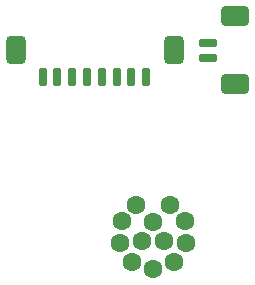
<source format=gbr>
%TF.GenerationSoftware,KiCad,Pcbnew,7.0.6*%
%TF.CreationDate,2024-04-06T15:43:43-04:00*%
%TF.ProjectId,peripheral_io_right_eth,70657269-7068-4657-9261-6c5f696f5f72,rev?*%
%TF.SameCoordinates,Original*%
%TF.FileFunction,Soldermask,Top*%
%TF.FilePolarity,Negative*%
%FSLAX46Y46*%
G04 Gerber Fmt 4.6, Leading zero omitted, Abs format (unit mm)*
G04 Created by KiCad (PCBNEW 7.0.6) date 2024-04-06 15:43:43*
%MOMM*%
%LPD*%
G01*
G04 APERTURE LIST*
G04 Aperture macros list*
%AMRoundRect*
0 Rectangle with rounded corners*
0 $1 Rounding radius*
0 $2 $3 $4 $5 $6 $7 $8 $9 X,Y pos of 4 corners*
0 Add a 4 corners polygon primitive as box body*
4,1,4,$2,$3,$4,$5,$6,$7,$8,$9,$2,$3,0*
0 Add four circle primitives for the rounded corners*
1,1,$1+$1,$2,$3*
1,1,$1+$1,$4,$5*
1,1,$1+$1,$6,$7*
1,1,$1+$1,$8,$9*
0 Add four rect primitives between the rounded corners*
20,1,$1+$1,$2,$3,$4,$5,0*
20,1,$1+$1,$4,$5,$6,$7,0*
20,1,$1+$1,$6,$7,$8,$9,0*
20,1,$1+$1,$8,$9,$2,$3,0*%
G04 Aperture macros list end*
%ADD10RoundRect,0.425000X-0.425000X-0.775000X0.425000X-0.775000X0.425000X0.775000X-0.425000X0.775000X0*%
%ADD11RoundRect,0.150000X-0.150000X-0.650000X0.150000X-0.650000X0.150000X0.650000X-0.150000X0.650000X0*%
%ADD12C,1.600000*%
%ADD13RoundRect,0.425000X-0.775000X0.425000X-0.775000X-0.425000X0.775000X-0.425000X0.775000X0.425000X0*%
%ADD14RoundRect,0.150000X-0.650000X0.150000X-0.650000X-0.150000X0.650000X-0.150000X0.650000X0.150000X0*%
G04 APERTURE END LIST*
D10*
%TO.C,Input1*%
X125076968Y-83180859D03*
X138426968Y-83180859D03*
D11*
X136076968Y-85430859D03*
X134826968Y-85430859D03*
X133576968Y-85430859D03*
X132326968Y-85430859D03*
X131076968Y-85430859D03*
X129826968Y-85430859D03*
X128576968Y-85430859D03*
X127326968Y-85430859D03*
%TD*%
D12*
%TO.C,J3*%
X138111068Y-96265959D03*
X135255000Y-96266000D03*
X134011055Y-97662609D03*
X133878506Y-99528347D03*
X134912673Y-101086961D03*
X136683040Y-101689895D03*
X138453408Y-101086961D03*
X139487574Y-99528347D03*
X139355026Y-97662609D03*
X136683040Y-97689993D03*
X135730413Y-99339990D03*
X137635668Y-99339990D03*
%TD*%
D13*
%TO.C,J2*%
X143576168Y-80322059D03*
X143576168Y-86072059D03*
D14*
X141326168Y-83822059D03*
X141326168Y-82572059D03*
%TD*%
M02*

</source>
